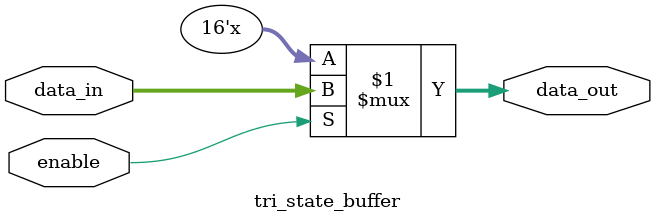
<source format=v>
module tri_state_buffer (
    input [15:0] data_in,
    input enable,
    output [15:0] data_out
);

    assign data_out = enable ? data_in : 16'bz;

endmodule
</source>
